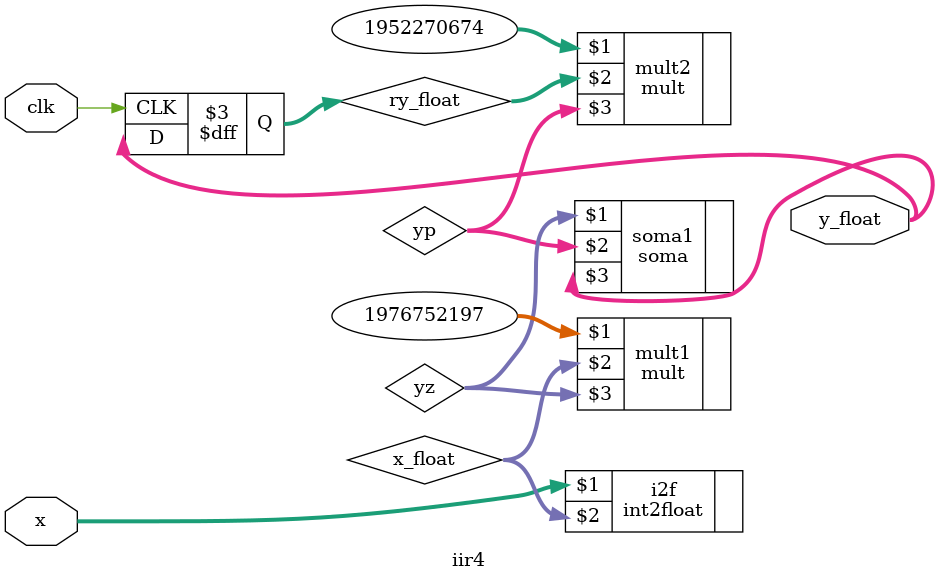
<source format=v>
module iir4
#(
	parameter MAN = 23,
	parameter EXP = 8,
	
	parameter [MAN + EXP:0] b0 = 32'h75d2d845,
	parameter [MAN + EXP:0] a1 = 32'hf45d4952,
	parameter [MAN + EXP:0] a1_neg = 32'h745d4952

)
(
	input clk, 
	input signed [MAN - 1:0] x,
	output [MAN+EXP:0] y_float
);

wire [MAN+EXP:0] x_float;
wire [MAN+EXP:0] y_gained;

reg [MAN+EXP:0] ry_float = 0;

int2float i2f(x, x_float);

wire [MAN+EXP:0] yz;
wire [MAN+EXP:0] yp;

mult mult1 (b0, x_float, yz);
mult mult2 (a1_neg, ry_float, yp);

soma soma1 (yz, yp, y_float);

always @(posedge clk) ry_float <= y_float;

endmodule
</source>
